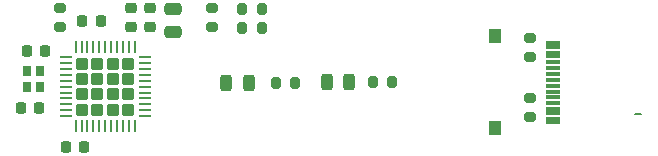
<source format=gbr>
%TF.GenerationSoftware,KiCad,Pcbnew,9.0.3*%
%TF.CreationDate,2025-08-28T21:01:50-07:00*%
%TF.ProjectId,xyp-gpib,7879702d-6770-4696-922e-6b696361645f,rev?*%
%TF.SameCoordinates,Original*%
%TF.FileFunction,Paste,Top*%
%TF.FilePolarity,Positive*%
%FSLAX46Y46*%
G04 Gerber Fmt 4.6, Leading zero omitted, Abs format (unit mm)*
G04 Created by KiCad (PCBNEW 9.0.3) date 2025-08-28 21:01:50*
%MOMM*%
%LPD*%
G01*
G04 APERTURE LIST*
G04 Aperture macros list*
%AMRoundRect*
0 Rectangle with rounded corners*
0 $1 Rounding radius*
0 $2 $3 $4 $5 $6 $7 $8 $9 X,Y pos of 4 corners*
0 Add a 4 corners polygon primitive as box body*
4,1,4,$2,$3,$4,$5,$6,$7,$8,$9,$2,$3,0*
0 Add four circle primitives for the rounded corners*
1,1,$1+$1,$2,$3*
1,1,$1+$1,$4,$5*
1,1,$1+$1,$6,$7*
1,1,$1+$1,$8,$9*
0 Add four rect primitives between the rounded corners*
20,1,$1+$1,$2,$3,$4,$5,0*
20,1,$1+$1,$4,$5,$6,$7,0*
20,1,$1+$1,$6,$7,$8,$9,0*
20,1,$1+$1,$8,$9,$2,$3,0*%
G04 Aperture macros list end*
%ADD10C,0.150000*%
%ADD11RoundRect,0.250000X0.475000X-0.250000X0.475000X0.250000X-0.475000X0.250000X-0.475000X-0.250000X0*%
%ADD12RoundRect,0.225000X0.250000X-0.225000X0.250000X0.225000X-0.250000X0.225000X-0.250000X-0.225000X0*%
%ADD13RoundRect,0.225000X0.225000X0.250000X-0.225000X0.250000X-0.225000X-0.250000X0.225000X-0.250000X0*%
%ADD14RoundRect,0.243750X0.243750X0.456250X-0.243750X0.456250X-0.243750X-0.456250X0.243750X-0.456250X0*%
%ADD15RoundRect,0.200000X-0.275000X0.200000X-0.275000X-0.200000X0.275000X-0.200000X0.275000X0.200000X0*%
%ADD16RoundRect,0.200000X-0.200000X-0.275000X0.200000X-0.275000X0.200000X0.275000X-0.200000X0.275000X0*%
%ADD17RoundRect,0.200000X0.275000X-0.200000X0.275000X0.200000X-0.275000X0.200000X-0.275000X-0.200000X0*%
%ADD18RoundRect,0.249999X-0.275001X0.275001X-0.275001X-0.275001X0.275001X-0.275001X0.275001X0.275001X0*%
%ADD19RoundRect,0.062500X-0.062500X0.475000X-0.062500X-0.475000X0.062500X-0.475000X0.062500X0.475000X0*%
%ADD20RoundRect,0.062500X-0.475000X0.062500X-0.475000X-0.062500X0.475000X-0.062500X0.475000X0.062500X0*%
%ADD21RoundRect,0.225000X-0.225000X-0.250000X0.225000X-0.250000X0.225000X0.250000X-0.225000X0.250000X0*%
%ADD22R,0.800000X0.900000*%
%ADD23R,1.150000X0.300000*%
%ADD24R,1.000000X1.250000*%
G04 APERTURE END LIST*
D10*
X234252000Y-85217000D02*
X233744000Y-85217000D01*
D11*
%TO.C,C1*%
X194564000Y-78293000D03*
X194564000Y-76393000D03*
%TD*%
D12*
%TO.C,C2*%
X191008000Y-77864000D03*
X191008000Y-76314000D03*
%TD*%
D13*
%TO.C,C7*%
X188481000Y-77343000D03*
X186931000Y-77343000D03*
%TD*%
D14*
%TO.C,D1*%
X200987900Y-82600800D03*
X199112900Y-82600800D03*
%TD*%
D15*
%TO.C,R1*%
X185039000Y-76264000D03*
X185039000Y-77914000D03*
%TD*%
D16*
%TO.C,R2*%
X200470000Y-77978000D03*
X202120000Y-77978000D03*
%TD*%
%TO.C,R3*%
X200470000Y-76327000D03*
X202120000Y-76327000D03*
%TD*%
%TO.C,R4*%
X203289400Y-82600800D03*
X204939400Y-82600800D03*
%TD*%
D17*
%TO.C,R5*%
X197866000Y-77914000D03*
X197866000Y-76264000D03*
%TD*%
D18*
%TO.C,U1*%
X190799000Y-80981000D03*
X189499000Y-80981000D03*
X188199000Y-80981000D03*
X186899000Y-80981000D03*
X190799000Y-82281000D03*
X189499000Y-82281000D03*
X188199000Y-82281000D03*
X186899000Y-82281000D03*
X190799000Y-83581000D03*
X189499000Y-83581000D03*
X188199000Y-83581000D03*
X186899000Y-83581000D03*
X190799000Y-84881000D03*
X189499000Y-84881000D03*
X188199000Y-84881000D03*
X186899000Y-84881000D03*
D19*
X191349000Y-79593500D03*
X190849000Y-79593500D03*
X190349000Y-79593500D03*
X189849000Y-79593500D03*
X189349000Y-79593500D03*
X188849000Y-79593500D03*
X188349000Y-79593500D03*
X187849000Y-79593500D03*
X187349000Y-79593500D03*
X186849000Y-79593500D03*
X186349000Y-79593500D03*
D20*
X185511500Y-80431000D03*
X185511500Y-80931000D03*
X185511500Y-81431000D03*
X185511500Y-81931000D03*
X185511500Y-82431000D03*
X185511500Y-82931000D03*
X185511500Y-83431000D03*
X185511500Y-83931000D03*
X185511500Y-84431000D03*
X185511500Y-84931000D03*
X185511500Y-85431000D03*
D19*
X186349000Y-86268500D03*
X186849000Y-86268500D03*
X187349000Y-86268500D03*
X187849000Y-86268500D03*
X188349000Y-86268500D03*
X188849000Y-86268500D03*
X189349000Y-86268500D03*
X189849000Y-86268500D03*
X190349000Y-86268500D03*
X190849000Y-86268500D03*
X191349000Y-86268500D03*
D20*
X192186500Y-85431000D03*
X192186500Y-84931000D03*
X192186500Y-84431000D03*
X192186500Y-83931000D03*
X192186500Y-83431000D03*
X192186500Y-82931000D03*
X192186500Y-82431000D03*
X192186500Y-81931000D03*
X192186500Y-81431000D03*
X192186500Y-80931000D03*
X192186500Y-80431000D03*
%TD*%
D21*
%TO.C,C5*%
X182232000Y-79883000D03*
X183782000Y-79883000D03*
%TD*%
D13*
%TO.C,C6*%
X183274000Y-84709000D03*
X181724000Y-84709000D03*
%TD*%
D22*
%TO.C,Y1*%
X182203000Y-81596000D03*
X182203000Y-82996000D03*
X183303000Y-82996000D03*
X183303000Y-81596000D03*
%TD*%
D12*
%TO.C,C3*%
X192659000Y-77864000D03*
X192659000Y-76314000D03*
%TD*%
D13*
%TO.C,C4*%
X187084000Y-88011000D03*
X185534000Y-88011000D03*
%TD*%
D23*
%TO.C,J1*%
X226771200Y-85946800D03*
X226771200Y-85146800D03*
X226771200Y-83846800D03*
X226771200Y-82846800D03*
X226771200Y-82346800D03*
X226771200Y-81346800D03*
X226771200Y-80046800D03*
X226771200Y-79246800D03*
X226771200Y-79546800D03*
X226771200Y-80346800D03*
X226771200Y-80846800D03*
X226771200Y-81846800D03*
X226771200Y-83346800D03*
X226771200Y-84346800D03*
X226771200Y-84846800D03*
X226771200Y-85646800D03*
%TD*%
D16*
%TO.C,R6*%
X211519000Y-82550000D03*
X213169000Y-82550000D03*
%TD*%
D14*
%TO.C,D2*%
X209522300Y-82550000D03*
X207647300Y-82550000D03*
%TD*%
D24*
%TO.C,SW1*%
X221869000Y-78675000D03*
X221869000Y-86425000D03*
%TD*%
D15*
%TO.C,R7*%
X224840800Y-83858600D03*
X224840800Y-85508600D03*
%TD*%
%TO.C,R8*%
X224840800Y-78778600D03*
X224840800Y-80428600D03*
%TD*%
M02*

</source>
